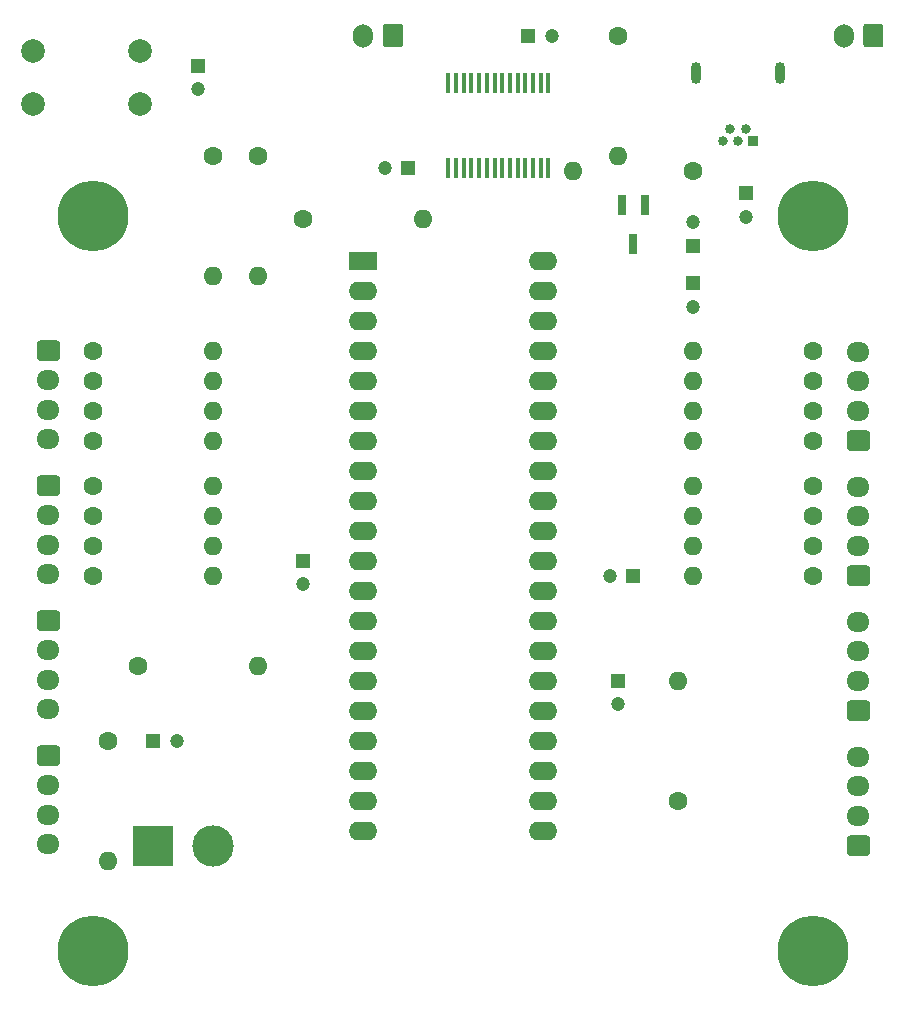
<source format=gbr>
G04 #@! TF.GenerationSoftware,KiCad,Pcbnew,5.1.0-060a0da~80~ubuntu16.04.1*
G04 #@! TF.CreationDate,2019-03-26T00:44:10-06:00*
G04 #@! TF.ProjectId,ARES_PCB_1,41524553-5f50-4434-925f-312e6b696361,rev?*
G04 #@! TF.SameCoordinates,Original*
G04 #@! TF.FileFunction,Soldermask,Top*
G04 #@! TF.FilePolarity,Negative*
%FSLAX46Y46*%
G04 Gerber Fmt 4.6, Leading zero omitted, Abs format (unit mm)*
G04 Created by KiCad (PCBNEW 5.1.0-060a0da~80~ubuntu16.04.1) date 2019-03-26 00:44:10*
%MOMM*%
%LPD*%
G04 APERTURE LIST*
%ADD10C,6.000000*%
%ADD11C,2.000000*%
%ADD12C,1.600000*%
%ADD13O,1.600000X1.600000*%
%ADD14O,1.700000X2.000000*%
%ADD15C,0.020000*%
%ADD16C,1.700000*%
%ADD17C,3.500120*%
%ADD18R,3.500120X3.500120*%
%ADD19O,1.950000X1.700000*%
%ADD20C,1.200000*%
%ADD21R,1.200000X1.200000*%
%ADD22O,2.400000X1.600000*%
%ADD23R,2.400000X1.600000*%
%ADD24R,0.450000X1.750000*%
%ADD25R,0.800000X1.800000*%
%ADD26O,0.850000X1.850000*%
%ADD27C,0.840000*%
%ADD28R,0.840000X0.840000*%
G04 APERTURE END LIST*
D10*
X130810000Y-49530000D03*
X130810000Y-111760000D03*
X69850000Y-111760000D03*
X69850000Y-49530000D03*
D11*
X73810000Y-35560000D03*
X73810000Y-40060000D03*
X64770000Y-35560000D03*
X64770000Y-40060000D03*
D12*
X71120000Y-93980000D03*
D13*
X71120000Y-104140000D03*
X83820000Y-87630000D03*
D12*
X73660000Y-87630000D03*
D13*
X119380000Y-88900000D03*
D12*
X119380000Y-99060000D03*
D13*
X97790000Y-49784000D03*
D12*
X87630000Y-49784000D03*
D14*
X133390000Y-34290000D03*
D15*
G36*
X136514504Y-33291204D02*
G01*
X136538773Y-33294804D01*
X136562571Y-33300765D01*
X136585671Y-33309030D01*
X136607849Y-33319520D01*
X136628893Y-33332133D01*
X136648598Y-33346747D01*
X136666777Y-33363223D01*
X136683253Y-33381402D01*
X136697867Y-33401107D01*
X136710480Y-33422151D01*
X136720970Y-33444329D01*
X136729235Y-33467429D01*
X136735196Y-33491227D01*
X136738796Y-33515496D01*
X136740000Y-33540000D01*
X136740000Y-35040000D01*
X136738796Y-35064504D01*
X136735196Y-35088773D01*
X136729235Y-35112571D01*
X136720970Y-35135671D01*
X136710480Y-35157849D01*
X136697867Y-35178893D01*
X136683253Y-35198598D01*
X136666777Y-35216777D01*
X136648598Y-35233253D01*
X136628893Y-35247867D01*
X136607849Y-35260480D01*
X136585671Y-35270970D01*
X136562571Y-35279235D01*
X136538773Y-35285196D01*
X136514504Y-35288796D01*
X136490000Y-35290000D01*
X135290000Y-35290000D01*
X135265496Y-35288796D01*
X135241227Y-35285196D01*
X135217429Y-35279235D01*
X135194329Y-35270970D01*
X135172151Y-35260480D01*
X135151107Y-35247867D01*
X135131402Y-35233253D01*
X135113223Y-35216777D01*
X135096747Y-35198598D01*
X135082133Y-35178893D01*
X135069520Y-35157849D01*
X135059030Y-35135671D01*
X135050765Y-35112571D01*
X135044804Y-35088773D01*
X135041204Y-35064504D01*
X135040000Y-35040000D01*
X135040000Y-33540000D01*
X135041204Y-33515496D01*
X135044804Y-33491227D01*
X135050765Y-33467429D01*
X135059030Y-33444329D01*
X135069520Y-33422151D01*
X135082133Y-33401107D01*
X135096747Y-33381402D01*
X135113223Y-33363223D01*
X135131402Y-33346747D01*
X135151107Y-33332133D01*
X135172151Y-33319520D01*
X135194329Y-33309030D01*
X135217429Y-33300765D01*
X135241227Y-33294804D01*
X135265496Y-33291204D01*
X135290000Y-33290000D01*
X136490000Y-33290000D01*
X136514504Y-33291204D01*
X136514504Y-33291204D01*
G37*
D16*
X135890000Y-34290000D03*
D17*
X80010000Y-102870000D03*
D18*
X74930000Y-102870000D03*
D19*
X134620000Y-61080000D03*
X134620000Y-63580000D03*
X134620000Y-66080000D03*
D15*
G36*
X135369504Y-67731204D02*
G01*
X135393773Y-67734804D01*
X135417571Y-67740765D01*
X135440671Y-67749030D01*
X135462849Y-67759520D01*
X135483893Y-67772133D01*
X135503598Y-67786747D01*
X135521777Y-67803223D01*
X135538253Y-67821402D01*
X135552867Y-67841107D01*
X135565480Y-67862151D01*
X135575970Y-67884329D01*
X135584235Y-67907429D01*
X135590196Y-67931227D01*
X135593796Y-67955496D01*
X135595000Y-67980000D01*
X135595000Y-69180000D01*
X135593796Y-69204504D01*
X135590196Y-69228773D01*
X135584235Y-69252571D01*
X135575970Y-69275671D01*
X135565480Y-69297849D01*
X135552867Y-69318893D01*
X135538253Y-69338598D01*
X135521777Y-69356777D01*
X135503598Y-69373253D01*
X135483893Y-69387867D01*
X135462849Y-69400480D01*
X135440671Y-69410970D01*
X135417571Y-69419235D01*
X135393773Y-69425196D01*
X135369504Y-69428796D01*
X135345000Y-69430000D01*
X133895000Y-69430000D01*
X133870496Y-69428796D01*
X133846227Y-69425196D01*
X133822429Y-69419235D01*
X133799329Y-69410970D01*
X133777151Y-69400480D01*
X133756107Y-69387867D01*
X133736402Y-69373253D01*
X133718223Y-69356777D01*
X133701747Y-69338598D01*
X133687133Y-69318893D01*
X133674520Y-69297849D01*
X133664030Y-69275671D01*
X133655765Y-69252571D01*
X133649804Y-69228773D01*
X133646204Y-69204504D01*
X133645000Y-69180000D01*
X133645000Y-67980000D01*
X133646204Y-67955496D01*
X133649804Y-67931227D01*
X133655765Y-67907429D01*
X133664030Y-67884329D01*
X133674520Y-67862151D01*
X133687133Y-67841107D01*
X133701747Y-67821402D01*
X133718223Y-67803223D01*
X133736402Y-67786747D01*
X133756107Y-67772133D01*
X133777151Y-67759520D01*
X133799329Y-67749030D01*
X133822429Y-67740765D01*
X133846227Y-67734804D01*
X133870496Y-67731204D01*
X133895000Y-67730000D01*
X135345000Y-67730000D01*
X135369504Y-67731204D01*
X135369504Y-67731204D01*
G37*
D16*
X134620000Y-68580000D03*
D19*
X134620000Y-72510000D03*
X134620000Y-75010000D03*
X134620000Y-77510000D03*
D15*
G36*
X135369504Y-79161204D02*
G01*
X135393773Y-79164804D01*
X135417571Y-79170765D01*
X135440671Y-79179030D01*
X135462849Y-79189520D01*
X135483893Y-79202133D01*
X135503598Y-79216747D01*
X135521777Y-79233223D01*
X135538253Y-79251402D01*
X135552867Y-79271107D01*
X135565480Y-79292151D01*
X135575970Y-79314329D01*
X135584235Y-79337429D01*
X135590196Y-79361227D01*
X135593796Y-79385496D01*
X135595000Y-79410000D01*
X135595000Y-80610000D01*
X135593796Y-80634504D01*
X135590196Y-80658773D01*
X135584235Y-80682571D01*
X135575970Y-80705671D01*
X135565480Y-80727849D01*
X135552867Y-80748893D01*
X135538253Y-80768598D01*
X135521777Y-80786777D01*
X135503598Y-80803253D01*
X135483893Y-80817867D01*
X135462849Y-80830480D01*
X135440671Y-80840970D01*
X135417571Y-80849235D01*
X135393773Y-80855196D01*
X135369504Y-80858796D01*
X135345000Y-80860000D01*
X133895000Y-80860000D01*
X133870496Y-80858796D01*
X133846227Y-80855196D01*
X133822429Y-80849235D01*
X133799329Y-80840970D01*
X133777151Y-80830480D01*
X133756107Y-80817867D01*
X133736402Y-80803253D01*
X133718223Y-80786777D01*
X133701747Y-80768598D01*
X133687133Y-80748893D01*
X133674520Y-80727849D01*
X133664030Y-80705671D01*
X133655765Y-80682571D01*
X133649804Y-80658773D01*
X133646204Y-80634504D01*
X133645000Y-80610000D01*
X133645000Y-79410000D01*
X133646204Y-79385496D01*
X133649804Y-79361227D01*
X133655765Y-79337429D01*
X133664030Y-79314329D01*
X133674520Y-79292151D01*
X133687133Y-79271107D01*
X133701747Y-79251402D01*
X133718223Y-79233223D01*
X133736402Y-79216747D01*
X133756107Y-79202133D01*
X133777151Y-79189520D01*
X133799329Y-79179030D01*
X133822429Y-79170765D01*
X133846227Y-79164804D01*
X133870496Y-79161204D01*
X133895000Y-79160000D01*
X135345000Y-79160000D01*
X135369504Y-79161204D01*
X135369504Y-79161204D01*
G37*
D16*
X134620000Y-80010000D03*
D15*
G36*
X135369504Y-102021204D02*
G01*
X135393773Y-102024804D01*
X135417571Y-102030765D01*
X135440671Y-102039030D01*
X135462849Y-102049520D01*
X135483893Y-102062133D01*
X135503598Y-102076747D01*
X135521777Y-102093223D01*
X135538253Y-102111402D01*
X135552867Y-102131107D01*
X135565480Y-102152151D01*
X135575970Y-102174329D01*
X135584235Y-102197429D01*
X135590196Y-102221227D01*
X135593796Y-102245496D01*
X135595000Y-102270000D01*
X135595000Y-103470000D01*
X135593796Y-103494504D01*
X135590196Y-103518773D01*
X135584235Y-103542571D01*
X135575970Y-103565671D01*
X135565480Y-103587849D01*
X135552867Y-103608893D01*
X135538253Y-103628598D01*
X135521777Y-103646777D01*
X135503598Y-103663253D01*
X135483893Y-103677867D01*
X135462849Y-103690480D01*
X135440671Y-103700970D01*
X135417571Y-103709235D01*
X135393773Y-103715196D01*
X135369504Y-103718796D01*
X135345000Y-103720000D01*
X133895000Y-103720000D01*
X133870496Y-103718796D01*
X133846227Y-103715196D01*
X133822429Y-103709235D01*
X133799329Y-103700970D01*
X133777151Y-103690480D01*
X133756107Y-103677867D01*
X133736402Y-103663253D01*
X133718223Y-103646777D01*
X133701747Y-103628598D01*
X133687133Y-103608893D01*
X133674520Y-103587849D01*
X133664030Y-103565671D01*
X133655765Y-103542571D01*
X133649804Y-103518773D01*
X133646204Y-103494504D01*
X133645000Y-103470000D01*
X133645000Y-102270000D01*
X133646204Y-102245496D01*
X133649804Y-102221227D01*
X133655765Y-102197429D01*
X133664030Y-102174329D01*
X133674520Y-102152151D01*
X133687133Y-102131107D01*
X133701747Y-102111402D01*
X133718223Y-102093223D01*
X133736402Y-102076747D01*
X133756107Y-102062133D01*
X133777151Y-102049520D01*
X133799329Y-102039030D01*
X133822429Y-102030765D01*
X133846227Y-102024804D01*
X133870496Y-102021204D01*
X133895000Y-102020000D01*
X135345000Y-102020000D01*
X135369504Y-102021204D01*
X135369504Y-102021204D01*
G37*
D16*
X134620000Y-102870000D03*
D19*
X134620000Y-100370000D03*
X134620000Y-97870000D03*
X134620000Y-95370000D03*
X66040000Y-102750000D03*
X66040000Y-100250000D03*
X66040000Y-97750000D03*
D15*
G36*
X66789504Y-94401204D02*
G01*
X66813773Y-94404804D01*
X66837571Y-94410765D01*
X66860671Y-94419030D01*
X66882849Y-94429520D01*
X66903893Y-94442133D01*
X66923598Y-94456747D01*
X66941777Y-94473223D01*
X66958253Y-94491402D01*
X66972867Y-94511107D01*
X66985480Y-94532151D01*
X66995970Y-94554329D01*
X67004235Y-94577429D01*
X67010196Y-94601227D01*
X67013796Y-94625496D01*
X67015000Y-94650000D01*
X67015000Y-95850000D01*
X67013796Y-95874504D01*
X67010196Y-95898773D01*
X67004235Y-95922571D01*
X66995970Y-95945671D01*
X66985480Y-95967849D01*
X66972867Y-95988893D01*
X66958253Y-96008598D01*
X66941777Y-96026777D01*
X66923598Y-96043253D01*
X66903893Y-96057867D01*
X66882849Y-96070480D01*
X66860671Y-96080970D01*
X66837571Y-96089235D01*
X66813773Y-96095196D01*
X66789504Y-96098796D01*
X66765000Y-96100000D01*
X65315000Y-96100000D01*
X65290496Y-96098796D01*
X65266227Y-96095196D01*
X65242429Y-96089235D01*
X65219329Y-96080970D01*
X65197151Y-96070480D01*
X65176107Y-96057867D01*
X65156402Y-96043253D01*
X65138223Y-96026777D01*
X65121747Y-96008598D01*
X65107133Y-95988893D01*
X65094520Y-95967849D01*
X65084030Y-95945671D01*
X65075765Y-95922571D01*
X65069804Y-95898773D01*
X65066204Y-95874504D01*
X65065000Y-95850000D01*
X65065000Y-94650000D01*
X65066204Y-94625496D01*
X65069804Y-94601227D01*
X65075765Y-94577429D01*
X65084030Y-94554329D01*
X65094520Y-94532151D01*
X65107133Y-94511107D01*
X65121747Y-94491402D01*
X65138223Y-94473223D01*
X65156402Y-94456747D01*
X65176107Y-94442133D01*
X65197151Y-94429520D01*
X65219329Y-94419030D01*
X65242429Y-94410765D01*
X65266227Y-94404804D01*
X65290496Y-94401204D01*
X65315000Y-94400000D01*
X66765000Y-94400000D01*
X66789504Y-94401204D01*
X66789504Y-94401204D01*
G37*
D16*
X66040000Y-95250000D03*
D14*
X92710000Y-34290000D03*
D15*
G36*
X95834504Y-33291204D02*
G01*
X95858773Y-33294804D01*
X95882571Y-33300765D01*
X95905671Y-33309030D01*
X95927849Y-33319520D01*
X95948893Y-33332133D01*
X95968598Y-33346747D01*
X95986777Y-33363223D01*
X96003253Y-33381402D01*
X96017867Y-33401107D01*
X96030480Y-33422151D01*
X96040970Y-33444329D01*
X96049235Y-33467429D01*
X96055196Y-33491227D01*
X96058796Y-33515496D01*
X96060000Y-33540000D01*
X96060000Y-35040000D01*
X96058796Y-35064504D01*
X96055196Y-35088773D01*
X96049235Y-35112571D01*
X96040970Y-35135671D01*
X96030480Y-35157849D01*
X96017867Y-35178893D01*
X96003253Y-35198598D01*
X95986777Y-35216777D01*
X95968598Y-35233253D01*
X95948893Y-35247867D01*
X95927849Y-35260480D01*
X95905671Y-35270970D01*
X95882571Y-35279235D01*
X95858773Y-35285196D01*
X95834504Y-35288796D01*
X95810000Y-35290000D01*
X94610000Y-35290000D01*
X94585496Y-35288796D01*
X94561227Y-35285196D01*
X94537429Y-35279235D01*
X94514329Y-35270970D01*
X94492151Y-35260480D01*
X94471107Y-35247867D01*
X94451402Y-35233253D01*
X94433223Y-35216777D01*
X94416747Y-35198598D01*
X94402133Y-35178893D01*
X94389520Y-35157849D01*
X94379030Y-35135671D01*
X94370765Y-35112571D01*
X94364804Y-35088773D01*
X94361204Y-35064504D01*
X94360000Y-35040000D01*
X94360000Y-33540000D01*
X94361204Y-33515496D01*
X94364804Y-33491227D01*
X94370765Y-33467429D01*
X94379030Y-33444329D01*
X94389520Y-33422151D01*
X94402133Y-33401107D01*
X94416747Y-33381402D01*
X94433223Y-33363223D01*
X94451402Y-33346747D01*
X94471107Y-33332133D01*
X94492151Y-33319520D01*
X94514329Y-33309030D01*
X94537429Y-33300765D01*
X94561227Y-33294804D01*
X94585496Y-33291204D01*
X94610000Y-33290000D01*
X95810000Y-33290000D01*
X95834504Y-33291204D01*
X95834504Y-33291204D01*
G37*
D16*
X95210000Y-34290000D03*
D19*
X134620000Y-83940000D03*
X134620000Y-86440000D03*
X134620000Y-88940000D03*
D15*
G36*
X135369504Y-90591204D02*
G01*
X135393773Y-90594804D01*
X135417571Y-90600765D01*
X135440671Y-90609030D01*
X135462849Y-90619520D01*
X135483893Y-90632133D01*
X135503598Y-90646747D01*
X135521777Y-90663223D01*
X135538253Y-90681402D01*
X135552867Y-90701107D01*
X135565480Y-90722151D01*
X135575970Y-90744329D01*
X135584235Y-90767429D01*
X135590196Y-90791227D01*
X135593796Y-90815496D01*
X135595000Y-90840000D01*
X135595000Y-92040000D01*
X135593796Y-92064504D01*
X135590196Y-92088773D01*
X135584235Y-92112571D01*
X135575970Y-92135671D01*
X135565480Y-92157849D01*
X135552867Y-92178893D01*
X135538253Y-92198598D01*
X135521777Y-92216777D01*
X135503598Y-92233253D01*
X135483893Y-92247867D01*
X135462849Y-92260480D01*
X135440671Y-92270970D01*
X135417571Y-92279235D01*
X135393773Y-92285196D01*
X135369504Y-92288796D01*
X135345000Y-92290000D01*
X133895000Y-92290000D01*
X133870496Y-92288796D01*
X133846227Y-92285196D01*
X133822429Y-92279235D01*
X133799329Y-92270970D01*
X133777151Y-92260480D01*
X133756107Y-92247867D01*
X133736402Y-92233253D01*
X133718223Y-92216777D01*
X133701747Y-92198598D01*
X133687133Y-92178893D01*
X133674520Y-92157849D01*
X133664030Y-92135671D01*
X133655765Y-92112571D01*
X133649804Y-92088773D01*
X133646204Y-92064504D01*
X133645000Y-92040000D01*
X133645000Y-90840000D01*
X133646204Y-90815496D01*
X133649804Y-90791227D01*
X133655765Y-90767429D01*
X133664030Y-90744329D01*
X133674520Y-90722151D01*
X133687133Y-90701107D01*
X133701747Y-90681402D01*
X133718223Y-90663223D01*
X133736402Y-90646747D01*
X133756107Y-90632133D01*
X133777151Y-90619520D01*
X133799329Y-90609030D01*
X133822429Y-90600765D01*
X133846227Y-90594804D01*
X133870496Y-90591204D01*
X133895000Y-90590000D01*
X135345000Y-90590000D01*
X135369504Y-90591204D01*
X135369504Y-90591204D01*
G37*
D16*
X134620000Y-91440000D03*
D19*
X66040000Y-91320000D03*
X66040000Y-88820000D03*
X66040000Y-86320000D03*
D15*
G36*
X66789504Y-82971204D02*
G01*
X66813773Y-82974804D01*
X66837571Y-82980765D01*
X66860671Y-82989030D01*
X66882849Y-82999520D01*
X66903893Y-83012133D01*
X66923598Y-83026747D01*
X66941777Y-83043223D01*
X66958253Y-83061402D01*
X66972867Y-83081107D01*
X66985480Y-83102151D01*
X66995970Y-83124329D01*
X67004235Y-83147429D01*
X67010196Y-83171227D01*
X67013796Y-83195496D01*
X67015000Y-83220000D01*
X67015000Y-84420000D01*
X67013796Y-84444504D01*
X67010196Y-84468773D01*
X67004235Y-84492571D01*
X66995970Y-84515671D01*
X66985480Y-84537849D01*
X66972867Y-84558893D01*
X66958253Y-84578598D01*
X66941777Y-84596777D01*
X66923598Y-84613253D01*
X66903893Y-84627867D01*
X66882849Y-84640480D01*
X66860671Y-84650970D01*
X66837571Y-84659235D01*
X66813773Y-84665196D01*
X66789504Y-84668796D01*
X66765000Y-84670000D01*
X65315000Y-84670000D01*
X65290496Y-84668796D01*
X65266227Y-84665196D01*
X65242429Y-84659235D01*
X65219329Y-84650970D01*
X65197151Y-84640480D01*
X65176107Y-84627867D01*
X65156402Y-84613253D01*
X65138223Y-84596777D01*
X65121747Y-84578598D01*
X65107133Y-84558893D01*
X65094520Y-84537849D01*
X65084030Y-84515671D01*
X65075765Y-84492571D01*
X65069804Y-84468773D01*
X65066204Y-84444504D01*
X65065000Y-84420000D01*
X65065000Y-83220000D01*
X65066204Y-83195496D01*
X65069804Y-83171227D01*
X65075765Y-83147429D01*
X65084030Y-83124329D01*
X65094520Y-83102151D01*
X65107133Y-83081107D01*
X65121747Y-83061402D01*
X65138223Y-83043223D01*
X65156402Y-83026747D01*
X65176107Y-83012133D01*
X65197151Y-82999520D01*
X65219329Y-82989030D01*
X65242429Y-82980765D01*
X65266227Y-82974804D01*
X65290496Y-82971204D01*
X65315000Y-82970000D01*
X66765000Y-82970000D01*
X66789504Y-82971204D01*
X66789504Y-82971204D01*
G37*
D16*
X66040000Y-83820000D03*
D19*
X66040000Y-79890000D03*
X66040000Y-77390000D03*
X66040000Y-74890000D03*
D15*
G36*
X66789504Y-71541204D02*
G01*
X66813773Y-71544804D01*
X66837571Y-71550765D01*
X66860671Y-71559030D01*
X66882849Y-71569520D01*
X66903893Y-71582133D01*
X66923598Y-71596747D01*
X66941777Y-71613223D01*
X66958253Y-71631402D01*
X66972867Y-71651107D01*
X66985480Y-71672151D01*
X66995970Y-71694329D01*
X67004235Y-71717429D01*
X67010196Y-71741227D01*
X67013796Y-71765496D01*
X67015000Y-71790000D01*
X67015000Y-72990000D01*
X67013796Y-73014504D01*
X67010196Y-73038773D01*
X67004235Y-73062571D01*
X66995970Y-73085671D01*
X66985480Y-73107849D01*
X66972867Y-73128893D01*
X66958253Y-73148598D01*
X66941777Y-73166777D01*
X66923598Y-73183253D01*
X66903893Y-73197867D01*
X66882849Y-73210480D01*
X66860671Y-73220970D01*
X66837571Y-73229235D01*
X66813773Y-73235196D01*
X66789504Y-73238796D01*
X66765000Y-73240000D01*
X65315000Y-73240000D01*
X65290496Y-73238796D01*
X65266227Y-73235196D01*
X65242429Y-73229235D01*
X65219329Y-73220970D01*
X65197151Y-73210480D01*
X65176107Y-73197867D01*
X65156402Y-73183253D01*
X65138223Y-73166777D01*
X65121747Y-73148598D01*
X65107133Y-73128893D01*
X65094520Y-73107849D01*
X65084030Y-73085671D01*
X65075765Y-73062571D01*
X65069804Y-73038773D01*
X65066204Y-73014504D01*
X65065000Y-72990000D01*
X65065000Y-71790000D01*
X65066204Y-71765496D01*
X65069804Y-71741227D01*
X65075765Y-71717429D01*
X65084030Y-71694329D01*
X65094520Y-71672151D01*
X65107133Y-71651107D01*
X65121747Y-71631402D01*
X65138223Y-71613223D01*
X65156402Y-71596747D01*
X65176107Y-71582133D01*
X65197151Y-71569520D01*
X65219329Y-71559030D01*
X65242429Y-71550765D01*
X65266227Y-71544804D01*
X65290496Y-71541204D01*
X65315000Y-71540000D01*
X66765000Y-71540000D01*
X66789504Y-71541204D01*
X66789504Y-71541204D01*
G37*
D16*
X66040000Y-72390000D03*
D19*
X66040000Y-68460000D03*
X66040000Y-65960000D03*
X66040000Y-63460000D03*
D15*
G36*
X66789504Y-60111204D02*
G01*
X66813773Y-60114804D01*
X66837571Y-60120765D01*
X66860671Y-60129030D01*
X66882849Y-60139520D01*
X66903893Y-60152133D01*
X66923598Y-60166747D01*
X66941777Y-60183223D01*
X66958253Y-60201402D01*
X66972867Y-60221107D01*
X66985480Y-60242151D01*
X66995970Y-60264329D01*
X67004235Y-60287429D01*
X67010196Y-60311227D01*
X67013796Y-60335496D01*
X67015000Y-60360000D01*
X67015000Y-61560000D01*
X67013796Y-61584504D01*
X67010196Y-61608773D01*
X67004235Y-61632571D01*
X66995970Y-61655671D01*
X66985480Y-61677849D01*
X66972867Y-61698893D01*
X66958253Y-61718598D01*
X66941777Y-61736777D01*
X66923598Y-61753253D01*
X66903893Y-61767867D01*
X66882849Y-61780480D01*
X66860671Y-61790970D01*
X66837571Y-61799235D01*
X66813773Y-61805196D01*
X66789504Y-61808796D01*
X66765000Y-61810000D01*
X65315000Y-61810000D01*
X65290496Y-61808796D01*
X65266227Y-61805196D01*
X65242429Y-61799235D01*
X65219329Y-61790970D01*
X65197151Y-61780480D01*
X65176107Y-61767867D01*
X65156402Y-61753253D01*
X65138223Y-61736777D01*
X65121747Y-61718598D01*
X65107133Y-61698893D01*
X65094520Y-61677849D01*
X65084030Y-61655671D01*
X65075765Y-61632571D01*
X65069804Y-61608773D01*
X65066204Y-61584504D01*
X65065000Y-61560000D01*
X65065000Y-60360000D01*
X65066204Y-60335496D01*
X65069804Y-60311227D01*
X65075765Y-60287429D01*
X65084030Y-60264329D01*
X65094520Y-60242151D01*
X65107133Y-60221107D01*
X65121747Y-60201402D01*
X65138223Y-60183223D01*
X65156402Y-60166747D01*
X65176107Y-60152133D01*
X65197151Y-60139520D01*
X65219329Y-60129030D01*
X65242429Y-60120765D01*
X65266227Y-60114804D01*
X65290496Y-60111204D01*
X65315000Y-60110000D01*
X66765000Y-60110000D01*
X66789504Y-60111204D01*
X66789504Y-60111204D01*
G37*
D16*
X66040000Y-60960000D03*
D20*
X76930000Y-93980000D03*
D21*
X74930000Y-93980000D03*
D20*
X114300000Y-90900000D03*
D21*
X114300000Y-88900000D03*
D20*
X94520000Y-45466000D03*
D21*
X96520000Y-45466000D03*
D20*
X78740000Y-38830000D03*
D21*
X78740000Y-36830000D03*
D22*
X107950000Y-53340000D03*
X92710000Y-101600000D03*
X107950000Y-55880000D03*
X92710000Y-99060000D03*
X107950000Y-58420000D03*
X92710000Y-96520000D03*
X107950000Y-60960000D03*
X92710000Y-93980000D03*
X107950000Y-63500000D03*
X92710000Y-91440000D03*
X107950000Y-66040000D03*
X92710000Y-88900000D03*
X107950000Y-68580000D03*
X92710000Y-86360000D03*
X107950000Y-71120000D03*
X92710000Y-83820000D03*
X107950000Y-73660000D03*
X92710000Y-81280000D03*
X107950000Y-76200000D03*
X92710000Y-78740000D03*
X107950000Y-78740000D03*
X92710000Y-76200000D03*
X107950000Y-81280000D03*
X92710000Y-73660000D03*
X107950000Y-83820000D03*
X92710000Y-71120000D03*
X107950000Y-86360000D03*
X92710000Y-68580000D03*
X107950000Y-88900000D03*
X92710000Y-66040000D03*
X107950000Y-91440000D03*
X92710000Y-63500000D03*
X107950000Y-93980000D03*
X92710000Y-60960000D03*
X107950000Y-96520000D03*
X92710000Y-58420000D03*
X107950000Y-99060000D03*
X92710000Y-55880000D03*
X107950000Y-101600000D03*
D23*
X92710000Y-53340000D03*
D24*
X99915000Y-38310000D03*
X100565000Y-38310000D03*
X101215000Y-38310000D03*
X101865000Y-38310000D03*
X102515000Y-38310000D03*
X103165000Y-38310000D03*
X103815000Y-38310000D03*
X104465000Y-38310000D03*
X105115000Y-38310000D03*
X105765000Y-38310000D03*
X106415000Y-38310000D03*
X107065000Y-38310000D03*
X107715000Y-38310000D03*
X108365000Y-38310000D03*
X108365000Y-45510000D03*
X107715000Y-45510000D03*
X107065000Y-45510000D03*
X106415000Y-45510000D03*
X105765000Y-45510000D03*
X105115000Y-45510000D03*
X104465000Y-45510000D03*
X103815000Y-45510000D03*
X103165000Y-45510000D03*
X102515000Y-45510000D03*
X101865000Y-45510000D03*
X101215000Y-45510000D03*
X100565000Y-45510000D03*
X99915000Y-45510000D03*
D13*
X120650000Y-60960000D03*
D12*
X130810000Y-60960000D03*
D13*
X120650000Y-63500000D03*
D12*
X130810000Y-63500000D03*
D13*
X120650000Y-66040000D03*
D12*
X130810000Y-66040000D03*
D13*
X120650000Y-68580000D03*
D12*
X130810000Y-68580000D03*
D13*
X120650000Y-72390000D03*
D12*
X130810000Y-72390000D03*
D13*
X120650000Y-74930000D03*
D12*
X130810000Y-74930000D03*
D13*
X120650000Y-77470000D03*
D12*
X130810000Y-77470000D03*
D13*
X120650000Y-80010000D03*
D12*
X130810000Y-80010000D03*
D13*
X110490000Y-45720000D03*
D12*
X120650000Y-45720000D03*
D13*
X80010000Y-54610000D03*
D12*
X80010000Y-44450000D03*
D13*
X114300000Y-44450000D03*
D12*
X114300000Y-34290000D03*
D13*
X83820000Y-54610000D03*
D12*
X83820000Y-44450000D03*
D13*
X80010000Y-80010000D03*
D12*
X69850000Y-80010000D03*
D13*
X80010000Y-77470000D03*
D12*
X69850000Y-77470000D03*
D13*
X80010000Y-74930000D03*
D12*
X69850000Y-74930000D03*
D13*
X80010000Y-72390000D03*
D12*
X69850000Y-72390000D03*
D13*
X80010000Y-68580000D03*
D12*
X69850000Y-68580000D03*
X69850000Y-66040000D03*
D13*
X80010000Y-66040000D03*
X80010000Y-63500000D03*
D12*
X69850000Y-63500000D03*
D13*
X80010000Y-60960000D03*
D12*
X69850000Y-60960000D03*
D25*
X115570000Y-51942000D03*
X114620000Y-48642000D03*
X116520000Y-48642000D03*
D26*
X120855000Y-37465000D03*
X128005000Y-37465000D03*
D27*
X123130000Y-43180000D03*
X123780000Y-42180000D03*
X124430000Y-43180000D03*
X125080000Y-42180000D03*
D28*
X125730000Y-43180000D03*
D20*
X125095000Y-49625000D03*
D21*
X125095000Y-47625000D03*
D20*
X113570000Y-80010000D03*
D21*
X115570000Y-80010000D03*
D20*
X87630000Y-80740000D03*
D21*
X87630000Y-78740000D03*
D20*
X120650000Y-57245000D03*
D21*
X120650000Y-55245000D03*
D20*
X120650000Y-50070000D03*
D21*
X120650000Y-52070000D03*
D20*
X108680000Y-34290000D03*
D21*
X106680000Y-34290000D03*
M02*

</source>
